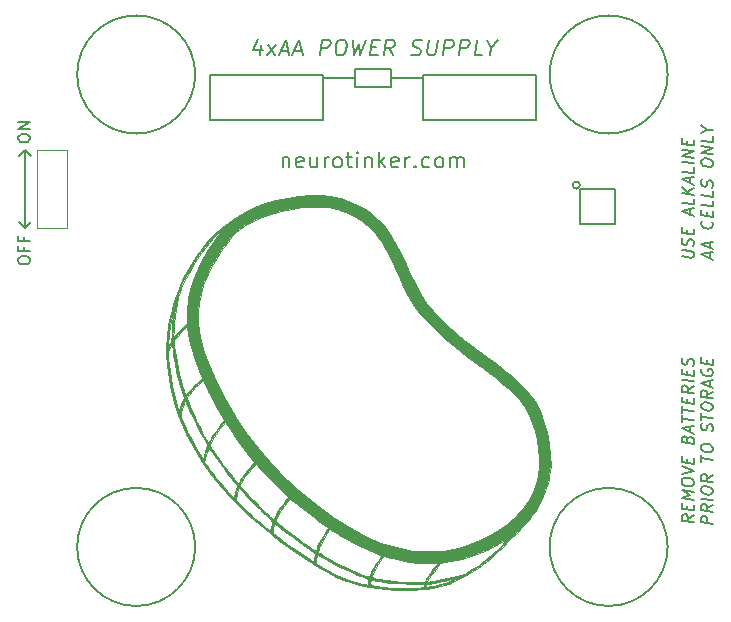
<source format=gbr>
G04 #@! TF.FileFunction,Legend,Top*
%FSLAX46Y46*%
G04 Gerber Fmt 4.6, Leading zero omitted, Abs format (unit mm)*
G04 Created by KiCad (PCBNEW 4.0.7-e2-6376~58~ubuntu14.04.1) date Wed May 23 13:57:35 2018*
%MOMM*%
%LPD*%
G01*
G04 APERTURE LIST*
%ADD10C,0.100000*%
%ADD11C,0.200000*%
%ADD12C,0.190000*%
%ADD13C,0.140000*%
%ADD14C,0.010000*%
%ADD15C,0.150000*%
G04 APERTURE END LIST*
D10*
D11*
X173500000Y-44500000D02*
X170800000Y-44500000D01*
X176500000Y-44500000D02*
X179200000Y-44500000D01*
X173500000Y-45250000D02*
X173500000Y-43750000D01*
X176500000Y-45250000D02*
X173500000Y-45250000D01*
X176500000Y-43750000D02*
X176500000Y-45250000D01*
X173500000Y-43750000D02*
X176500000Y-43750000D01*
D12*
X167336669Y-51215000D02*
X167336669Y-52101667D01*
X167336669Y-51341667D02*
X167400002Y-51278333D01*
X167526669Y-51215000D01*
X167716669Y-51215000D01*
X167843335Y-51278333D01*
X167906669Y-51405000D01*
X167906669Y-52101667D01*
X169046668Y-52038333D02*
X168920002Y-52101667D01*
X168666668Y-52101667D01*
X168540002Y-52038333D01*
X168476668Y-51911667D01*
X168476668Y-51405000D01*
X168540002Y-51278333D01*
X168666668Y-51215000D01*
X168920002Y-51215000D01*
X169046668Y-51278333D01*
X169110002Y-51405000D01*
X169110002Y-51531667D01*
X168476668Y-51658333D01*
X170250002Y-51215000D02*
X170250002Y-52101667D01*
X169680002Y-51215000D02*
X169680002Y-51911667D01*
X169743335Y-52038333D01*
X169870002Y-52101667D01*
X170060002Y-52101667D01*
X170186668Y-52038333D01*
X170250002Y-51975000D01*
X170883335Y-52101667D02*
X170883335Y-51215000D01*
X170883335Y-51468333D02*
X170946668Y-51341667D01*
X171010001Y-51278333D01*
X171136668Y-51215000D01*
X171263335Y-51215000D01*
X171896668Y-52101667D02*
X171770001Y-52038333D01*
X171706668Y-51975000D01*
X171643334Y-51848333D01*
X171643334Y-51468333D01*
X171706668Y-51341667D01*
X171770001Y-51278333D01*
X171896668Y-51215000D01*
X172086668Y-51215000D01*
X172213334Y-51278333D01*
X172276668Y-51341667D01*
X172340001Y-51468333D01*
X172340001Y-51848333D01*
X172276668Y-51975000D01*
X172213334Y-52038333D01*
X172086668Y-52101667D01*
X171896668Y-52101667D01*
X172720001Y-51215000D02*
X173226667Y-51215000D01*
X172910001Y-50771667D02*
X172910001Y-51911667D01*
X172973334Y-52038333D01*
X173100001Y-52101667D01*
X173226667Y-52101667D01*
X173670001Y-52101667D02*
X173670001Y-51215000D01*
X173670001Y-50771667D02*
X173606667Y-50835000D01*
X173670001Y-50898333D01*
X173733334Y-50835000D01*
X173670001Y-50771667D01*
X173670001Y-50898333D01*
X174303334Y-51215000D02*
X174303334Y-52101667D01*
X174303334Y-51341667D02*
X174366667Y-51278333D01*
X174493334Y-51215000D01*
X174683334Y-51215000D01*
X174810000Y-51278333D01*
X174873334Y-51405000D01*
X174873334Y-52101667D01*
X175506667Y-52101667D02*
X175506667Y-50771667D01*
X175633333Y-51595000D02*
X176013333Y-52101667D01*
X176013333Y-51215000D02*
X175506667Y-51721667D01*
X177090000Y-52038333D02*
X176963334Y-52101667D01*
X176710000Y-52101667D01*
X176583334Y-52038333D01*
X176520000Y-51911667D01*
X176520000Y-51405000D01*
X176583334Y-51278333D01*
X176710000Y-51215000D01*
X176963334Y-51215000D01*
X177090000Y-51278333D01*
X177153334Y-51405000D01*
X177153334Y-51531667D01*
X176520000Y-51658333D01*
X177723334Y-52101667D02*
X177723334Y-51215000D01*
X177723334Y-51468333D02*
X177786667Y-51341667D01*
X177850000Y-51278333D01*
X177976667Y-51215000D01*
X178103334Y-51215000D01*
X178546667Y-51975000D02*
X178610000Y-52038333D01*
X178546667Y-52101667D01*
X178483333Y-52038333D01*
X178546667Y-51975000D01*
X178546667Y-52101667D01*
X179750000Y-52038333D02*
X179623333Y-52101667D01*
X179370000Y-52101667D01*
X179243333Y-52038333D01*
X179180000Y-51975000D01*
X179116666Y-51848333D01*
X179116666Y-51468333D01*
X179180000Y-51341667D01*
X179243333Y-51278333D01*
X179370000Y-51215000D01*
X179623333Y-51215000D01*
X179750000Y-51278333D01*
X180510000Y-52101667D02*
X180383333Y-52038333D01*
X180320000Y-51975000D01*
X180256666Y-51848333D01*
X180256666Y-51468333D01*
X180320000Y-51341667D01*
X180383333Y-51278333D01*
X180510000Y-51215000D01*
X180700000Y-51215000D01*
X180826666Y-51278333D01*
X180890000Y-51341667D01*
X180953333Y-51468333D01*
X180953333Y-51848333D01*
X180890000Y-51975000D01*
X180826666Y-52038333D01*
X180700000Y-52101667D01*
X180510000Y-52101667D01*
X181523333Y-52101667D02*
X181523333Y-51215000D01*
X181523333Y-51341667D02*
X181586666Y-51278333D01*
X181713333Y-51215000D01*
X181903333Y-51215000D01*
X182029999Y-51278333D01*
X182093333Y-51405000D01*
X182093333Y-52101667D01*
X182093333Y-51405000D02*
X182156666Y-51278333D01*
X182283333Y-51215000D01*
X182473333Y-51215000D01*
X182599999Y-51278333D01*
X182663333Y-51405000D01*
X182663333Y-52101667D01*
D11*
X145500000Y-50600000D02*
X146000000Y-51100000D01*
X145500000Y-50600000D02*
X145000000Y-51100000D01*
X145500000Y-57200000D02*
X146000000Y-56700000D01*
X145500000Y-57200000D02*
X145000000Y-56700000D01*
X145500000Y-50600000D02*
X145500000Y-57200000D01*
X159935867Y-84227043D02*
G75*
G03X159935867Y-84227043I-5000000J0D01*
G01*
X159935867Y-44227043D02*
G75*
G03X159935867Y-44227043I-5000000J0D01*
G01*
X199935867Y-84227043D02*
G75*
G03X199935867Y-84227043I-5000000J0D01*
G01*
X199935867Y-44227043D02*
G75*
G03X199935867Y-44227043I-5000000J0D01*
G01*
D13*
X201132381Y-59630953D02*
X201941905Y-59732143D01*
X202037143Y-59696429D01*
X202084762Y-59654762D01*
X202132381Y-59565477D01*
X202132381Y-59375000D01*
X202084762Y-59273809D01*
X202037143Y-59220238D01*
X201941905Y-59160714D01*
X201132381Y-59059524D01*
X202084762Y-58750000D02*
X202132381Y-58613096D01*
X202132381Y-58375000D01*
X202084762Y-58273809D01*
X202037143Y-58220238D01*
X201941905Y-58160714D01*
X201846667Y-58148809D01*
X201751429Y-58184524D01*
X201703810Y-58226190D01*
X201656190Y-58315476D01*
X201608571Y-58500000D01*
X201560952Y-58589286D01*
X201513333Y-58630953D01*
X201418095Y-58666667D01*
X201322857Y-58654762D01*
X201227619Y-58595238D01*
X201180000Y-58541667D01*
X201132381Y-58440477D01*
X201132381Y-58202381D01*
X201180000Y-58065476D01*
X201608571Y-57690476D02*
X201608571Y-57357142D01*
X202132381Y-57279762D02*
X202132381Y-57755953D01*
X201132381Y-57630953D01*
X201132381Y-57154762D01*
X201846667Y-56101190D02*
X201846667Y-55624999D01*
X202132381Y-56232143D02*
X201132381Y-55773810D01*
X202132381Y-55565476D01*
X202132381Y-54755952D02*
X202132381Y-55232143D01*
X201132381Y-55107143D01*
X202132381Y-54422619D02*
X201132381Y-54297619D01*
X202132381Y-53851190D02*
X201560952Y-54208333D01*
X201132381Y-53726190D02*
X201703810Y-54369047D01*
X201846667Y-53434523D02*
X201846667Y-52958332D01*
X202132381Y-53565476D02*
X201132381Y-53107143D01*
X202132381Y-52898809D01*
X202132381Y-52089285D02*
X202132381Y-52565476D01*
X201132381Y-52440476D01*
X202132381Y-51755952D02*
X201132381Y-51630952D01*
X202132381Y-51279762D02*
X201132381Y-51154762D01*
X202132381Y-50708333D01*
X201132381Y-50583333D01*
X201608571Y-50166666D02*
X201608571Y-49833332D01*
X202132381Y-49755952D02*
X202132381Y-50232143D01*
X201132381Y-50107143D01*
X201132381Y-49630952D01*
X203486667Y-59767857D02*
X203486667Y-59291666D01*
X203772381Y-59898810D02*
X202772381Y-59440477D01*
X203772381Y-59232143D01*
X203486667Y-58910714D02*
X203486667Y-58434523D01*
X203772381Y-59041667D02*
X202772381Y-58583334D01*
X203772381Y-58375000D01*
X203677143Y-56696428D02*
X203724762Y-56749999D01*
X203772381Y-56898809D01*
X203772381Y-56994047D01*
X203724762Y-57130952D01*
X203629524Y-57214285D01*
X203534286Y-57250000D01*
X203343810Y-57273809D01*
X203200952Y-57255952D01*
X203010476Y-57184523D01*
X202915238Y-57125000D01*
X202820000Y-57017857D01*
X202772381Y-56869047D01*
X202772381Y-56773809D01*
X202820000Y-56636904D01*
X202867619Y-56595237D01*
X203248571Y-56214285D02*
X203248571Y-55880951D01*
X203772381Y-55803571D02*
X203772381Y-56279762D01*
X202772381Y-56154762D01*
X202772381Y-55678571D01*
X203772381Y-54898809D02*
X203772381Y-55375000D01*
X202772381Y-55250000D01*
X203772381Y-54089285D02*
X203772381Y-54565476D01*
X202772381Y-54440476D01*
X203724762Y-53797618D02*
X203772381Y-53660714D01*
X203772381Y-53422618D01*
X203724762Y-53321427D01*
X203677143Y-53267856D01*
X203581905Y-53208332D01*
X203486667Y-53196427D01*
X203391429Y-53232142D01*
X203343810Y-53273808D01*
X203296190Y-53363094D01*
X203248571Y-53547618D01*
X203200952Y-53636904D01*
X203153333Y-53678571D01*
X203058095Y-53714285D01*
X202962857Y-53702380D01*
X202867619Y-53642856D01*
X202820000Y-53589285D01*
X202772381Y-53488095D01*
X202772381Y-53249999D01*
X202820000Y-53113094D01*
X202772381Y-51726190D02*
X202772381Y-51535713D01*
X202820000Y-51446427D01*
X202915238Y-51363094D01*
X203105714Y-51339284D01*
X203439048Y-51380951D01*
X203629524Y-51452379D01*
X203724762Y-51559522D01*
X203772381Y-51660713D01*
X203772381Y-51851190D01*
X203724762Y-51940475D01*
X203629524Y-52023808D01*
X203439048Y-52047618D01*
X203105714Y-52005951D01*
X202915238Y-51934523D01*
X202820000Y-51827380D01*
X202772381Y-51726190D01*
X203772381Y-50994047D02*
X202772381Y-50869047D01*
X203772381Y-50422618D01*
X202772381Y-50297618D01*
X203772381Y-49470237D02*
X203772381Y-49946428D01*
X202772381Y-49821428D01*
X203296190Y-48886904D02*
X203772381Y-48946428D01*
X202772381Y-49154761D02*
X203296190Y-48886904D01*
X202772381Y-48488094D01*
X202132381Y-81547620D02*
X201656190Y-81821430D01*
X202132381Y-82119049D02*
X201132381Y-81994049D01*
X201132381Y-81613096D01*
X201180000Y-81523810D01*
X201227619Y-81482143D01*
X201322857Y-81446429D01*
X201465714Y-81464286D01*
X201560952Y-81523810D01*
X201608571Y-81577381D01*
X201656190Y-81678572D01*
X201656190Y-82059525D01*
X201608571Y-81053572D02*
X201608571Y-80720238D01*
X202132381Y-80642858D02*
X202132381Y-81119049D01*
X201132381Y-80994049D01*
X201132381Y-80517858D01*
X202132381Y-80214287D02*
X201132381Y-80089287D01*
X201846667Y-79845238D01*
X201132381Y-79422620D01*
X202132381Y-79547620D01*
X201132381Y-78755954D02*
X201132381Y-78565477D01*
X201180000Y-78476191D01*
X201275238Y-78392858D01*
X201465714Y-78369048D01*
X201799048Y-78410715D01*
X201989524Y-78482143D01*
X202084762Y-78589286D01*
X202132381Y-78690477D01*
X202132381Y-78880954D01*
X202084762Y-78970239D01*
X201989524Y-79053572D01*
X201799048Y-79077382D01*
X201465714Y-79035715D01*
X201275238Y-78964287D01*
X201180000Y-78857144D01*
X201132381Y-78755954D01*
X201132381Y-78041668D02*
X202132381Y-77833335D01*
X201132381Y-77375001D01*
X201608571Y-77101191D02*
X201608571Y-76767857D01*
X202132381Y-76690477D02*
X202132381Y-77166668D01*
X201132381Y-77041668D01*
X201132381Y-76565477D01*
X201608571Y-75101190D02*
X201656190Y-74964286D01*
X201703810Y-74922619D01*
X201799048Y-74886905D01*
X201941905Y-74904762D01*
X202037143Y-74964286D01*
X202084762Y-75017857D01*
X202132381Y-75119048D01*
X202132381Y-75500001D01*
X201132381Y-75375001D01*
X201132381Y-75041667D01*
X201180000Y-74952381D01*
X201227619Y-74910714D01*
X201322857Y-74875000D01*
X201418095Y-74886905D01*
X201513333Y-74946429D01*
X201560952Y-75000000D01*
X201608571Y-75101190D01*
X201608571Y-75434524D01*
X201846667Y-74511905D02*
X201846667Y-74035714D01*
X202132381Y-74642858D02*
X201132381Y-74184525D01*
X202132381Y-73976191D01*
X201132381Y-73660715D02*
X201132381Y-73089286D01*
X202132381Y-73500001D02*
X201132381Y-73375001D01*
X201132381Y-72898810D02*
X201132381Y-72327381D01*
X202132381Y-72738096D02*
X201132381Y-72613096D01*
X201608571Y-72053571D02*
X201608571Y-71720237D01*
X202132381Y-71642857D02*
X202132381Y-72119048D01*
X201132381Y-71994048D01*
X201132381Y-71517857D01*
X202132381Y-70642857D02*
X201656190Y-70916667D01*
X202132381Y-71214286D02*
X201132381Y-71089286D01*
X201132381Y-70708333D01*
X201180000Y-70619047D01*
X201227619Y-70577380D01*
X201322857Y-70541666D01*
X201465714Y-70559523D01*
X201560952Y-70619047D01*
X201608571Y-70672618D01*
X201656190Y-70773809D01*
X201656190Y-71154762D01*
X202132381Y-70214286D02*
X201132381Y-70089286D01*
X201608571Y-69672619D02*
X201608571Y-69339285D01*
X202132381Y-69261905D02*
X202132381Y-69738096D01*
X201132381Y-69613096D01*
X201132381Y-69136905D01*
X202084762Y-68875000D02*
X202132381Y-68738096D01*
X202132381Y-68500000D01*
X202084762Y-68398809D01*
X202037143Y-68345238D01*
X201941905Y-68285714D01*
X201846667Y-68273809D01*
X201751429Y-68309524D01*
X201703810Y-68351190D01*
X201656190Y-68440476D01*
X201608571Y-68625000D01*
X201560952Y-68714286D01*
X201513333Y-68755953D01*
X201418095Y-68791667D01*
X201322857Y-68779762D01*
X201227619Y-68720238D01*
X201180000Y-68666667D01*
X201132381Y-68565477D01*
X201132381Y-68327381D01*
X201180000Y-68190476D01*
X203772381Y-82261906D02*
X202772381Y-82136906D01*
X202772381Y-81755953D01*
X202820000Y-81666667D01*
X202867619Y-81625000D01*
X202962857Y-81589286D01*
X203105714Y-81607143D01*
X203200952Y-81666667D01*
X203248571Y-81720238D01*
X203296190Y-81821429D01*
X203296190Y-82202382D01*
X203772381Y-80690477D02*
X203296190Y-80964287D01*
X203772381Y-81261906D02*
X202772381Y-81136906D01*
X202772381Y-80755953D01*
X202820000Y-80666667D01*
X202867619Y-80625000D01*
X202962857Y-80589286D01*
X203105714Y-80607143D01*
X203200952Y-80666667D01*
X203248571Y-80720238D01*
X203296190Y-80821429D01*
X203296190Y-81202382D01*
X203772381Y-80261906D02*
X202772381Y-80136906D01*
X202772381Y-79470240D02*
X202772381Y-79279763D01*
X202820000Y-79190477D01*
X202915238Y-79107144D01*
X203105714Y-79083334D01*
X203439048Y-79125001D01*
X203629524Y-79196429D01*
X203724762Y-79303572D01*
X203772381Y-79404763D01*
X203772381Y-79595240D01*
X203724762Y-79684525D01*
X203629524Y-79767858D01*
X203439048Y-79791668D01*
X203105714Y-79750001D01*
X202915238Y-79678573D01*
X202820000Y-79571430D01*
X202772381Y-79470240D01*
X203772381Y-78166668D02*
X203296190Y-78440478D01*
X203772381Y-78738097D02*
X202772381Y-78613097D01*
X202772381Y-78232144D01*
X202820000Y-78142858D01*
X202867619Y-78101191D01*
X202962857Y-78065477D01*
X203105714Y-78083334D01*
X203200952Y-78142858D01*
X203248571Y-78196429D01*
X203296190Y-78297620D01*
X203296190Y-78678573D01*
X202772381Y-76994049D02*
X202772381Y-76422620D01*
X203772381Y-76833335D02*
X202772381Y-76708335D01*
X202772381Y-75898811D02*
X202772381Y-75708334D01*
X202820000Y-75619048D01*
X202915238Y-75535715D01*
X203105714Y-75511905D01*
X203439048Y-75553572D01*
X203629524Y-75625000D01*
X203724762Y-75732143D01*
X203772381Y-75833334D01*
X203772381Y-76023811D01*
X203724762Y-76113096D01*
X203629524Y-76196429D01*
X203439048Y-76220239D01*
X203105714Y-76178572D01*
X202915238Y-76107144D01*
X202820000Y-76000001D01*
X202772381Y-75898811D01*
X203724762Y-74446429D02*
X203772381Y-74309525D01*
X203772381Y-74071429D01*
X203724762Y-73970238D01*
X203677143Y-73916667D01*
X203581905Y-73857143D01*
X203486667Y-73845238D01*
X203391429Y-73880953D01*
X203343810Y-73922619D01*
X203296190Y-74011905D01*
X203248571Y-74196429D01*
X203200952Y-74285715D01*
X203153333Y-74327382D01*
X203058095Y-74363096D01*
X202962857Y-74351191D01*
X202867619Y-74291667D01*
X202820000Y-74238096D01*
X202772381Y-74136906D01*
X202772381Y-73898810D01*
X202820000Y-73761905D01*
X202772381Y-73470239D02*
X202772381Y-72898810D01*
X203772381Y-73309525D02*
X202772381Y-73184525D01*
X202772381Y-72375001D02*
X202772381Y-72184524D01*
X202820000Y-72095238D01*
X202915238Y-72011905D01*
X203105714Y-71988095D01*
X203439048Y-72029762D01*
X203629524Y-72101190D01*
X203724762Y-72208333D01*
X203772381Y-72309524D01*
X203772381Y-72500001D01*
X203724762Y-72589286D01*
X203629524Y-72672619D01*
X203439048Y-72696429D01*
X203105714Y-72654762D01*
X202915238Y-72583334D01*
X202820000Y-72476191D01*
X202772381Y-72375001D01*
X203772381Y-71071429D02*
X203296190Y-71345239D01*
X203772381Y-71642858D02*
X202772381Y-71517858D01*
X202772381Y-71136905D01*
X202820000Y-71047619D01*
X202867619Y-71005952D01*
X202962857Y-70970238D01*
X203105714Y-70988095D01*
X203200952Y-71047619D01*
X203248571Y-71101190D01*
X203296190Y-71202381D01*
X203296190Y-71583334D01*
X203486667Y-70654762D02*
X203486667Y-70178571D01*
X203772381Y-70785715D02*
X202772381Y-70327382D01*
X203772381Y-70119048D01*
X202820000Y-69142857D02*
X202772381Y-69232143D01*
X202772381Y-69375000D01*
X202820000Y-69523810D01*
X202915238Y-69630953D01*
X203010476Y-69690476D01*
X203200952Y-69761905D01*
X203343810Y-69779762D01*
X203534286Y-69755953D01*
X203629524Y-69720238D01*
X203724762Y-69636905D01*
X203772381Y-69500000D01*
X203772381Y-69404762D01*
X203724762Y-69255952D01*
X203677143Y-69202381D01*
X203343810Y-69160714D01*
X203343810Y-69351190D01*
X203248571Y-68720238D02*
X203248571Y-68386904D01*
X203772381Y-68309524D02*
X203772381Y-68785715D01*
X202772381Y-68660715D01*
X202772381Y-68184524D01*
D12*
X165540626Y-41715000D02*
X165429793Y-42601667D01*
X165287292Y-41208333D02*
X164851875Y-42158333D01*
X165675209Y-42158333D01*
X165999793Y-42601667D02*
X166807293Y-41715000D01*
X166110626Y-41715000D02*
X166696460Y-42601667D01*
X167187293Y-42221667D02*
X167820627Y-42221667D01*
X167013127Y-42601667D02*
X167622710Y-41271667D01*
X167899793Y-42601667D01*
X168327293Y-42221667D02*
X168960627Y-42221667D01*
X168153127Y-42601667D02*
X168762710Y-41271667D01*
X169039793Y-42601667D01*
X170496460Y-42601667D02*
X170662710Y-41271667D01*
X171169376Y-41271667D01*
X171288126Y-41335000D01*
X171343542Y-41398333D01*
X171391043Y-41525000D01*
X171367293Y-41715000D01*
X171288126Y-41841667D01*
X171216876Y-41905000D01*
X171082292Y-41968333D01*
X170575626Y-41968333D01*
X172246043Y-41271667D02*
X172499376Y-41271667D01*
X172618126Y-41335000D01*
X172728960Y-41461667D01*
X172760626Y-41715000D01*
X172705209Y-42158333D01*
X172610210Y-42411667D01*
X172467709Y-42538333D01*
X172333126Y-42601667D01*
X172079793Y-42601667D01*
X171961042Y-42538333D01*
X171850210Y-42411667D01*
X171818542Y-42158333D01*
X171873959Y-41715000D01*
X171968960Y-41461667D01*
X172111459Y-41335000D01*
X172246043Y-41271667D01*
X173259376Y-41271667D02*
X173409793Y-42601667D01*
X173781876Y-41651667D01*
X173916459Y-42601667D01*
X174399376Y-41271667D01*
X174826876Y-41905000D02*
X175270209Y-41905000D01*
X175373126Y-42601667D02*
X174739793Y-42601667D01*
X174906043Y-41271667D01*
X175539376Y-41271667D01*
X176703126Y-42601667D02*
X176338958Y-41968333D01*
X175943126Y-42601667D02*
X176109376Y-41271667D01*
X176616042Y-41271667D01*
X176734792Y-41335000D01*
X176790208Y-41398333D01*
X176837709Y-41525000D01*
X176813959Y-41715000D01*
X176734792Y-41841667D01*
X176663542Y-41905000D01*
X176528958Y-41968333D01*
X176022292Y-41968333D01*
X178231041Y-42538333D02*
X178413125Y-42601667D01*
X178729792Y-42601667D01*
X178864375Y-42538333D01*
X178935625Y-42475000D01*
X179014791Y-42348333D01*
X179030625Y-42221667D01*
X178983125Y-42095000D01*
X178927709Y-42031667D01*
X178808958Y-41968333D01*
X178563542Y-41905000D01*
X178444792Y-41841667D01*
X178389375Y-41778333D01*
X178341875Y-41651667D01*
X178357708Y-41525000D01*
X178436875Y-41398333D01*
X178508125Y-41335000D01*
X178642709Y-41271667D01*
X178959375Y-41271667D01*
X179141458Y-41335000D01*
X179719376Y-41271667D02*
X179584792Y-42348333D01*
X179632292Y-42475000D01*
X179687708Y-42538333D01*
X179806459Y-42601667D01*
X180059792Y-42601667D01*
X180194375Y-42538333D01*
X180265625Y-42475000D01*
X180344792Y-42348333D01*
X180479376Y-41271667D01*
X180946459Y-42601667D02*
X181112709Y-41271667D01*
X181619375Y-41271667D01*
X181738125Y-41335000D01*
X181793541Y-41398333D01*
X181841042Y-41525000D01*
X181817292Y-41715000D01*
X181738125Y-41841667D01*
X181666875Y-41905000D01*
X181532291Y-41968333D01*
X181025625Y-41968333D01*
X182276459Y-42601667D02*
X182442709Y-41271667D01*
X182949375Y-41271667D01*
X183068125Y-41335000D01*
X183123541Y-41398333D01*
X183171042Y-41525000D01*
X183147292Y-41715000D01*
X183068125Y-41841667D01*
X182996875Y-41905000D01*
X182862291Y-41968333D01*
X182355625Y-41968333D01*
X184239792Y-42601667D02*
X183606459Y-42601667D01*
X183772709Y-41271667D01*
X185015625Y-41968333D02*
X184936459Y-42601667D01*
X184659376Y-41271667D02*
X185015625Y-41968333D01*
X185546042Y-41271667D01*
D13*
X144952381Y-60052381D02*
X144952381Y-59861904D01*
X145000000Y-59766666D01*
X145095238Y-59671428D01*
X145285714Y-59623809D01*
X145619048Y-59623809D01*
X145809524Y-59671428D01*
X145904762Y-59766666D01*
X145952381Y-59861904D01*
X145952381Y-60052381D01*
X145904762Y-60147619D01*
X145809524Y-60242857D01*
X145619048Y-60290476D01*
X145285714Y-60290476D01*
X145095238Y-60242857D01*
X145000000Y-60147619D01*
X144952381Y-60052381D01*
X145428571Y-58861904D02*
X145428571Y-59195238D01*
X145952381Y-59195238D02*
X144952381Y-59195238D01*
X144952381Y-58719047D01*
X145428571Y-58004761D02*
X145428571Y-58338095D01*
X145952381Y-58338095D02*
X144952381Y-58338095D01*
X144952381Y-57861904D01*
X144952381Y-49719048D02*
X144952381Y-49528571D01*
X145000000Y-49433333D01*
X145095238Y-49338095D01*
X145285714Y-49290476D01*
X145619048Y-49290476D01*
X145809524Y-49338095D01*
X145904762Y-49433333D01*
X145952381Y-49528571D01*
X145952381Y-49719048D01*
X145904762Y-49814286D01*
X145809524Y-49909524D01*
X145619048Y-49957143D01*
X145285714Y-49957143D01*
X145095238Y-49909524D01*
X145000000Y-49814286D01*
X144952381Y-49719048D01*
X145952381Y-48861905D02*
X144952381Y-48861905D01*
X145952381Y-48290476D01*
X144952381Y-48290476D01*
D14*
G36*
X170296231Y-54450783D02*
X170726268Y-54464612D01*
X171119559Y-54489469D01*
X171453736Y-54524976D01*
X171680600Y-54564604D01*
X172258083Y-54722959D01*
X172859210Y-54935487D01*
X173452118Y-55188665D01*
X174004944Y-55468969D01*
X174455397Y-55742294D01*
X174909451Y-56070476D01*
X175328000Y-56425122D01*
X175717918Y-56815639D01*
X176086078Y-57251433D01*
X176439353Y-57741911D01*
X176784616Y-58296479D01*
X177128742Y-58924542D01*
X177478603Y-59635509D01*
X177772051Y-60281200D01*
X178075404Y-60958454D01*
X178352563Y-61551484D01*
X178610743Y-62072015D01*
X178857161Y-62531773D01*
X179099031Y-62942484D01*
X179343570Y-63315872D01*
X179597993Y-63663664D01*
X179869516Y-63997585D01*
X180165353Y-64329361D01*
X180440699Y-64617804D01*
X180808440Y-64987721D01*
X181166146Y-65334773D01*
X181524921Y-65668271D01*
X181895865Y-65997523D01*
X182290081Y-66331841D01*
X182718670Y-66680535D01*
X183192734Y-67052914D01*
X183723375Y-67458289D01*
X184321693Y-67905969D01*
X184660000Y-68156176D01*
X185139543Y-68510748D01*
X185547315Y-68815103D01*
X185894179Y-69078137D01*
X186190999Y-69308744D01*
X186448636Y-69515820D01*
X186677954Y-69708259D01*
X186889816Y-69894958D01*
X187095084Y-70084811D01*
X187304623Y-70286714D01*
X187508171Y-70488415D01*
X187965241Y-70969386D01*
X188346704Y-71428065D01*
X188667536Y-71888168D01*
X188942718Y-72373410D01*
X189187226Y-72907505D01*
X189412164Y-73503019D01*
X189711708Y-74494298D01*
X189912318Y-75462942D01*
X190014025Y-76409304D01*
X190016861Y-77333737D01*
X189920858Y-78236592D01*
X189861906Y-78557383D01*
X189677884Y-79249766D01*
X189413236Y-79947080D01*
X189080966Y-80621911D01*
X188694080Y-81246844D01*
X188402374Y-81634268D01*
X188156888Y-81923250D01*
X187857316Y-82259061D01*
X187515592Y-82629615D01*
X187143651Y-83022826D01*
X186753429Y-83426609D01*
X186356860Y-83828877D01*
X185965879Y-84217544D01*
X185592422Y-84580524D01*
X185248423Y-84905731D01*
X184945816Y-85181080D01*
X184696538Y-85394484D01*
X184660000Y-85423991D01*
X183845890Y-86030386D01*
X183030691Y-86551219D01*
X182220215Y-86983509D01*
X181420274Y-87324274D01*
X180636680Y-87570533D01*
X180342000Y-87639218D01*
X179948741Y-87709376D01*
X179487377Y-87771482D01*
X178983922Y-87823660D01*
X178464395Y-87864032D01*
X177954813Y-87890721D01*
X177481191Y-87901850D01*
X177069548Y-87895542D01*
X176913000Y-87886628D01*
X176121041Y-87819039D01*
X175411314Y-87738253D01*
X174764922Y-87640867D01*
X174162968Y-87523481D01*
X173586558Y-87382691D01*
X173016794Y-87215097D01*
X172811913Y-87148296D01*
X172426212Y-87010721D01*
X172049313Y-86856669D01*
X171665869Y-86678240D01*
X171260531Y-86467536D01*
X170817953Y-86216656D01*
X170322785Y-85917700D01*
X169877200Y-85637804D01*
X169794524Y-85582928D01*
X170135383Y-85582928D01*
X170138750Y-85599699D01*
X170265183Y-85685864D01*
X170459023Y-85807025D01*
X170698074Y-85950286D01*
X170960138Y-86102753D01*
X171223017Y-86251530D01*
X171464514Y-86383723D01*
X171662431Y-86486436D01*
X171680600Y-86495386D01*
X172105129Y-86692636D01*
X172520327Y-86861832D01*
X172956217Y-87013715D01*
X173442821Y-87159024D01*
X173814200Y-87258575D01*
X174076612Y-87326359D01*
X174301634Y-87384308D01*
X174472166Y-87428031D01*
X174571109Y-87453141D01*
X174588900Y-87457439D01*
X174595988Y-87412630D01*
X174600598Y-87295622D01*
X174601600Y-87192045D01*
X174601600Y-87181255D01*
X174760273Y-87181255D01*
X174761979Y-87321147D01*
X174801448Y-87429568D01*
X174817500Y-87446253D01*
X174903785Y-87479895D01*
X175076975Y-87518986D01*
X175322678Y-87561145D01*
X175626500Y-87603991D01*
X175974050Y-87645145D01*
X176100200Y-87658388D01*
X176298237Y-87672513D01*
X176573233Y-87683818D01*
X176904357Y-87692221D01*
X177270779Y-87697644D01*
X177651670Y-87700005D01*
X178026200Y-87699223D01*
X178373538Y-87695218D01*
X178672855Y-87687909D01*
X178903321Y-87677216D01*
X178995800Y-87669586D01*
X179165864Y-87647659D01*
X179259489Y-87619624D01*
X179301611Y-87572633D01*
X179305986Y-87551904D01*
X179480997Y-87551904D01*
X179489950Y-87586660D01*
X179529893Y-87601779D01*
X179616293Y-87597472D01*
X179764619Y-87573951D01*
X179990336Y-87531427D01*
X180122182Y-87505974D01*
X180407836Y-87444585D01*
X180714095Y-87368707D01*
X180992316Y-87290746D01*
X181102661Y-87255882D01*
X181307331Y-87184541D01*
X181504276Y-87110619D01*
X181678346Y-87040663D01*
X181814393Y-86981220D01*
X181897268Y-86938835D01*
X181911822Y-86920055D01*
X181866000Y-86926006D01*
X181776939Y-86944147D01*
X181606357Y-86977677D01*
X181372550Y-87023045D01*
X181093816Y-87076699D01*
X180799200Y-87133041D01*
X180489956Y-87192072D01*
X180203681Y-87246865D01*
X179959903Y-87293672D01*
X179778149Y-87328742D01*
X179681600Y-87347599D01*
X179549004Y-87393676D01*
X179492298Y-87473403D01*
X179487566Y-87497300D01*
X179480997Y-87551904D01*
X179305986Y-87551904D01*
X179315969Y-87504608D01*
X179331338Y-87372216D01*
X178045969Y-87342131D01*
X177420685Y-87322181D01*
X176874855Y-87292411D01*
X176386624Y-87250732D01*
X175934141Y-87195058D01*
X175495553Y-87123302D01*
X175243848Y-87074497D01*
X175037317Y-87035448D01*
X174908210Y-87020770D01*
X174835479Y-87029813D01*
X174798797Y-87060772D01*
X174760273Y-87181255D01*
X174601600Y-87181255D01*
X174601600Y-86924891D01*
X174258700Y-86804864D01*
X173656522Y-86577135D01*
X173005020Y-86300694D01*
X172334568Y-85989839D01*
X171675543Y-85658869D01*
X171058321Y-85322082D01*
X170845685Y-85198301D01*
X170634387Y-85073932D01*
X170456134Y-84971007D01*
X170328214Y-84899362D01*
X170267913Y-84868835D01*
X170265945Y-84868400D01*
X170246822Y-84913669D01*
X170219570Y-85029141D01*
X170189494Y-85184308D01*
X170161900Y-85348666D01*
X170142095Y-85491708D01*
X170135383Y-85582928D01*
X169794524Y-85582928D01*
X168363380Y-84633010D01*
X166949194Y-83609400D01*
X166248990Y-83054072D01*
X166499000Y-83054072D01*
X167159400Y-83556071D01*
X167399425Y-83734487D01*
X167701342Y-83952685D01*
X168042247Y-84194475D01*
X168399239Y-84443670D01*
X168749416Y-84684079D01*
X168885434Y-84776169D01*
X169951069Y-85494267D01*
X170013517Y-85194033D01*
X170047564Y-85019499D01*
X170071150Y-84878027D01*
X170078183Y-84814950D01*
X170038074Y-84754755D01*
X169926410Y-84656363D01*
X169851003Y-84600685D01*
X170347721Y-84600685D01*
X170358078Y-84653196D01*
X170400130Y-84707389D01*
X170486726Y-84774342D01*
X170630717Y-84865133D01*
X170844949Y-84990841D01*
X170952774Y-85053144D01*
X171305372Y-85256033D01*
X171589396Y-85417547D01*
X171823891Y-85547742D01*
X172027901Y-85656679D01*
X172220471Y-85754416D01*
X172420645Y-85851012D01*
X172647468Y-85956526D01*
X172765744Y-86010709D01*
X173024967Y-86125967D01*
X173311152Y-86247962D01*
X173607221Y-86369994D01*
X173896096Y-86485359D01*
X174160697Y-86587354D01*
X174383948Y-86669278D01*
X174548769Y-86724427D01*
X174638083Y-86746098D01*
X174639700Y-86746170D01*
X174666976Y-86727504D01*
X174871347Y-86727504D01*
X174874371Y-86774444D01*
X174935507Y-86812726D01*
X175085232Y-86859512D01*
X175311159Y-86912087D01*
X175600899Y-86967736D01*
X175942063Y-87023743D01*
X176151000Y-87054257D01*
X176731340Y-87119438D01*
X177401043Y-87165661D01*
X178149537Y-87192289D01*
X178524867Y-87197847D01*
X179374735Y-87205200D01*
X179400597Y-87154400D01*
X179571713Y-87154400D01*
X179693972Y-87154400D01*
X179791828Y-87145732D01*
X179964054Y-87122220D01*
X180185133Y-87087602D01*
X180396615Y-87051489D01*
X180823897Y-86970533D01*
X181255182Y-86879356D01*
X181674451Y-86782113D01*
X182065686Y-86682959D01*
X182412870Y-86586048D01*
X182699982Y-86495535D01*
X182911005Y-86415575D01*
X182983600Y-86380510D01*
X183397627Y-86130640D01*
X183857911Y-85812708D01*
X184348842Y-85439245D01*
X184854810Y-85022780D01*
X185360207Y-84575843D01*
X185849422Y-84110965D01*
X186006200Y-83954185D01*
X186615800Y-83336287D01*
X186130916Y-83639495D01*
X185400379Y-84061064D01*
X184623004Y-84444860D01*
X183818938Y-84783440D01*
X183008326Y-85069362D01*
X182211318Y-85295185D01*
X181448059Y-85453465D01*
X181078600Y-85505747D01*
X180902903Y-85534031D01*
X180762878Y-85570486D01*
X180702395Y-85598568D01*
X180602069Y-85698715D01*
X180461178Y-85865787D01*
X180293702Y-86080992D01*
X180113623Y-86325536D01*
X179934918Y-86580628D01*
X179771570Y-86827475D01*
X179686692Y-86963900D01*
X179571713Y-87154400D01*
X179400597Y-87154400D01*
X179484651Y-86989300D01*
X179585900Y-86811220D01*
X179734144Y-86577347D01*
X179913349Y-86311569D01*
X180107478Y-86037776D01*
X180268951Y-85820900D01*
X180453334Y-85579600D01*
X179597567Y-85578608D01*
X178798931Y-85555413D01*
X178052951Y-85484117D01*
X177320053Y-85359238D01*
X176560665Y-85175294D01*
X176436640Y-85140746D01*
X175960281Y-85005917D01*
X175788475Y-85203858D01*
X175612329Y-85421731D01*
X175435325Y-85666853D01*
X175267004Y-85922832D01*
X175116906Y-86173278D01*
X174994571Y-86401799D01*
X174909538Y-86592005D01*
X174871347Y-86727504D01*
X174666976Y-86727504D01*
X174696484Y-86707311D01*
X174703200Y-86674870D01*
X174730269Y-86571520D01*
X174803852Y-86404855D01*
X174912512Y-86195017D01*
X175044812Y-85962142D01*
X175189314Y-85726370D01*
X175334582Y-85507839D01*
X175468068Y-85328069D01*
X175772441Y-84949539D01*
X175580720Y-84877058D01*
X174798466Y-84568491D01*
X174089224Y-84259735D01*
X173425304Y-83937137D01*
X172779016Y-83587039D01*
X172122669Y-83195787D01*
X171943032Y-83083154D01*
X171732638Y-82951982D01*
X171552441Y-82843384D01*
X171420056Y-82767705D01*
X171353098Y-82735296D01*
X171350033Y-82734800D01*
X171290825Y-82778125D01*
X171198121Y-82896993D01*
X171081097Y-83074746D01*
X170948933Y-83294723D01*
X170810805Y-83540265D01*
X170675893Y-83794713D01*
X170553373Y-84041406D01*
X170452423Y-84263685D01*
X170382222Y-84444890D01*
X170356213Y-84538777D01*
X170347721Y-84600685D01*
X169851003Y-84600685D01*
X169759284Y-84532964D01*
X169624363Y-84442912D01*
X169334429Y-84249334D01*
X168986369Y-84005307D01*
X168600041Y-83725505D01*
X168195302Y-83424605D01*
X167792008Y-83117281D01*
X167410016Y-82818211D01*
X167223916Y-82668820D01*
X167024987Y-82508603D01*
X166855636Y-82374286D01*
X166730699Y-82277480D01*
X166665014Y-82229793D01*
X166659018Y-82226800D01*
X166632054Y-82271985D01*
X166596862Y-82387397D01*
X166560492Y-82542813D01*
X166529993Y-82708016D01*
X166512414Y-82852786D01*
X166512170Y-82856336D01*
X166499000Y-83054072D01*
X166248990Y-83054072D01*
X165634368Y-82566620D01*
X164418628Y-81504319D01*
X163301701Y-80422145D01*
X163171790Y-80281517D01*
X163368384Y-80281517D01*
X164070092Y-80940922D01*
X164378623Y-81230351D01*
X164629993Y-81464547D01*
X164840704Y-81658252D01*
X165027257Y-81826206D01*
X165206154Y-81983150D01*
X165393898Y-82143827D01*
X165606990Y-82322976D01*
X165760945Y-82451347D01*
X166292890Y-82894083D01*
X166381740Y-82532624D01*
X166428437Y-82350611D01*
X166468650Y-82207978D01*
X166494353Y-82133032D01*
X166495843Y-82130307D01*
X166467586Y-82085538D01*
X166374456Y-81982733D01*
X166340133Y-81947766D01*
X166761659Y-81947766D01*
X166763709Y-82019416D01*
X166787708Y-82060215D01*
X166881048Y-82154054D01*
X167040457Y-82293586D01*
X167254990Y-82470642D01*
X167513702Y-82677050D01*
X167805647Y-82904638D01*
X168119881Y-83145237D01*
X168445458Y-83390675D01*
X168771433Y-83632781D01*
X169086861Y-83863384D01*
X169380796Y-84074313D01*
X169642294Y-84257397D01*
X169860409Y-84404466D01*
X170024197Y-84507347D01*
X170122711Y-84557870D01*
X170138392Y-84561631D01*
X170172597Y-84519970D01*
X170205746Y-84423900D01*
X170264854Y-84249957D01*
X170366733Y-84014855D01*
X170499188Y-83742880D01*
X170650024Y-83458319D01*
X170807046Y-83185462D01*
X170911193Y-83018904D01*
X171190259Y-82590778D01*
X170978229Y-82452484D01*
X170802178Y-82331904D01*
X170563396Y-82160090D01*
X170278288Y-81949525D01*
X169963263Y-81712694D01*
X169634724Y-81462078D01*
X169309081Y-81210162D01*
X169002737Y-80969428D01*
X168732100Y-80752360D01*
X168586172Y-80632423D01*
X167978463Y-80126449D01*
X167733760Y-80401924D01*
X167424744Y-80787039D01*
X167130407Y-81222176D01*
X166884416Y-81657547D01*
X166883479Y-81659412D01*
X166799704Y-81835626D01*
X166761659Y-81947766D01*
X166340133Y-81947766D01*
X166226726Y-81832235D01*
X166034667Y-81644388D01*
X165808552Y-81429535D01*
X165691054Y-81319959D01*
X165397720Y-81042823D01*
X165083446Y-80737014D01*
X164772491Y-80426734D01*
X164489114Y-80136183D01*
X164260690Y-79892980D01*
X164064478Y-79681245D01*
X163891227Y-79500268D01*
X163752544Y-79361692D01*
X163660036Y-79277161D01*
X163626264Y-79256567D01*
X163594140Y-79316185D01*
X163549143Y-79448373D01*
X163498724Y-79626151D01*
X163450330Y-79822541D01*
X163411410Y-80010564D01*
X163400832Y-80073058D01*
X163368384Y-80281517D01*
X163171790Y-80281517D01*
X162283311Y-79319746D01*
X161363186Y-78196770D01*
X160541051Y-77052866D01*
X160507626Y-76999103D01*
X160721938Y-76999103D01*
X160913572Y-77288851D01*
X161129475Y-77598876D01*
X161400412Y-77962137D01*
X161710587Y-78359033D01*
X162044203Y-78769963D01*
X162385464Y-79175324D01*
X162718573Y-79555515D01*
X162906709Y-79762051D01*
X163197000Y-80075268D01*
X163240501Y-79919134D01*
X163278913Y-79785950D01*
X163333803Y-79601075D01*
X163380201Y-79447577D01*
X163429989Y-79276548D01*
X163464748Y-79142281D01*
X163476400Y-79078616D01*
X163450453Y-79030912D01*
X163741962Y-79030912D01*
X163744327Y-79039717D01*
X163795663Y-79116699D01*
X163908567Y-79251605D01*
X164073363Y-79434738D01*
X164280372Y-79656402D01*
X164519917Y-79906900D01*
X164782319Y-80176537D01*
X165057901Y-80455616D01*
X165336984Y-80734441D01*
X165609891Y-81003316D01*
X165866944Y-81252543D01*
X166098465Y-81472428D01*
X166294776Y-81653273D01*
X166446198Y-81785383D01*
X166543055Y-81859061D01*
X166570447Y-81871200D01*
X166609351Y-81828595D01*
X166658527Y-81724217D01*
X166665294Y-81706089D01*
X166746670Y-81528684D01*
X166877582Y-81297006D01*
X167042596Y-81034898D01*
X167226280Y-80766200D01*
X167413200Y-80514753D01*
X167528494Y-80372600D01*
X167829798Y-80017000D01*
X166884999Y-79096023D01*
X166599288Y-78814654D01*
X166311088Y-78525694D01*
X166036941Y-78246101D01*
X165793389Y-77992838D01*
X165596977Y-77782865D01*
X165510095Y-77686372D01*
X165079990Y-77197698D01*
X164833294Y-77438949D01*
X164653430Y-77629066D01*
X164464991Y-77852572D01*
X164278473Y-78094040D01*
X164104368Y-78338045D01*
X163953171Y-78569160D01*
X163835375Y-78771960D01*
X163761474Y-78931020D01*
X163741962Y-79030912D01*
X163450453Y-79030912D01*
X163445574Y-79021942D01*
X163360990Y-78903406D01*
X163234490Y-78738727D01*
X163077913Y-78543629D01*
X163025290Y-78479638D01*
X162791424Y-78189724D01*
X162532103Y-77856192D01*
X162261738Y-77498635D01*
X161994741Y-77136650D01*
X161745522Y-76789831D01*
X161528491Y-76477773D01*
X161358061Y-76220072D01*
X161326217Y-76169334D01*
X161222651Y-76008830D01*
X161137018Y-75888507D01*
X161084433Y-75829258D01*
X161078141Y-75826434D01*
X161045479Y-75872278D01*
X160995413Y-75997209D01*
X160934324Y-76181539D01*
X160868595Y-76405579D01*
X160804607Y-76649641D01*
X160785235Y-76730051D01*
X160721938Y-76999103D01*
X160507626Y-76999103D01*
X159816632Y-75887681D01*
X159189656Y-74700864D01*
X158659847Y-73492062D01*
X158497221Y-73029578D01*
X158708718Y-73029578D01*
X158723066Y-73138471D01*
X158764188Y-73276172D01*
X158836779Y-73469652D01*
X158878138Y-73574941D01*
X158987937Y-73837490D01*
X159124925Y-74140153D01*
X159282677Y-74470964D01*
X159454770Y-74817955D01*
X159634778Y-75169161D01*
X159816278Y-75512614D01*
X159992844Y-75836347D01*
X160158053Y-76128394D01*
X160305480Y-76376787D01*
X160428701Y-76569561D01*
X160521290Y-76694747D01*
X160576825Y-76740380D01*
X160577526Y-76740400D01*
X160614209Y-76696283D01*
X160648341Y-76588725D01*
X160651096Y-76575300D01*
X160681904Y-76449310D01*
X160734922Y-76262326D01*
X160800024Y-76049670D01*
X160817268Y-75995806D01*
X160950722Y-75583022D01*
X161190400Y-75583022D01*
X161219864Y-75663122D01*
X161302872Y-75810267D01*
X161431342Y-76013457D01*
X161597192Y-76261696D01*
X161792343Y-76543984D01*
X162008713Y-76849322D01*
X162238221Y-77166713D01*
X162472787Y-77485158D01*
X162704330Y-77793659D01*
X162924768Y-78081216D01*
X163126021Y-78336832D01*
X163300009Y-78549508D01*
X163438650Y-78708246D01*
X163533863Y-78802046D01*
X163571043Y-78823200D01*
X163616154Y-78782204D01*
X163688818Y-78676466D01*
X163748221Y-78574116D01*
X163965062Y-78223836D01*
X164246796Y-77843865D01*
X164573582Y-77460574D01*
X164640634Y-77387938D01*
X164955099Y-77051774D01*
X164528631Y-76527787D01*
X164003656Y-75862565D01*
X163512793Y-75195943D01*
X163024285Y-74484528D01*
X162940171Y-74357503D01*
X162491307Y-73676407D01*
X162274766Y-73915584D01*
X162070788Y-74154360D01*
X161865920Y-74418047D01*
X161670630Y-74690547D01*
X161495386Y-74955763D01*
X161350657Y-75197598D01*
X161246910Y-75399955D01*
X161194615Y-75546738D01*
X161190400Y-75583022D01*
X160950722Y-75583022D01*
X160951243Y-75581413D01*
X160637522Y-75044682D01*
X160444186Y-74700405D01*
X160230514Y-74297092D01*
X160009210Y-73860637D01*
X159792977Y-73416934D01*
X159594520Y-72991874D01*
X159426543Y-72611352D01*
X159338474Y-72397000D01*
X159253588Y-72185272D01*
X159180141Y-72008890D01*
X159127228Y-71889294D01*
X159106181Y-71849367D01*
X159073333Y-71870136D01*
X159019857Y-71967354D01*
X158953889Y-72120025D01*
X158883563Y-72307155D01*
X158817015Y-72507747D01*
X158762380Y-72700808D01*
X158741569Y-72790344D01*
X158716451Y-72922525D01*
X158708718Y-73029578D01*
X158497221Y-73029578D01*
X158226934Y-72260924D01*
X157890640Y-71007099D01*
X157690419Y-69984000D01*
X157537414Y-68789469D01*
X157488756Y-67853473D01*
X157638538Y-67853473D01*
X157646618Y-68044341D01*
X157656728Y-68204145D01*
X157770959Y-69371821D01*
X157958941Y-70519196D01*
X158216463Y-71623446D01*
X158406303Y-72267365D01*
X158560018Y-72747330D01*
X158673798Y-72394365D01*
X158749945Y-72176426D01*
X158835146Y-71959756D01*
X158902394Y-71809396D01*
X159002689Y-71606735D01*
X159206289Y-71606735D01*
X159465427Y-72255867D01*
X159581392Y-72534425D01*
X159720663Y-72849675D01*
X159877123Y-73189545D01*
X160044651Y-73541958D01*
X160217130Y-73894841D01*
X160388439Y-74236118D01*
X160552460Y-74553714D01*
X160703074Y-74835555D01*
X160834161Y-75069567D01*
X160939603Y-75243673D01*
X161013280Y-75345800D01*
X161042545Y-75367992D01*
X161082403Y-75327695D01*
X161135260Y-75231036D01*
X161230700Y-75052674D01*
X161375028Y-74820850D01*
X161551528Y-74559681D01*
X161743485Y-74293287D01*
X161934185Y-74045786D01*
X162068042Y-73885102D01*
X162394598Y-73510668D01*
X162020241Y-72877634D01*
X161881424Y-72635791D01*
X161711102Y-72327953D01*
X161522791Y-71979208D01*
X161330006Y-71614642D01*
X161146264Y-71259343D01*
X161110103Y-71188279D01*
X160574322Y-70131958D01*
X160273613Y-70392467D01*
X159945689Y-70698967D01*
X159641763Y-71025171D01*
X159391356Y-71338992D01*
X159354438Y-71391409D01*
X159206289Y-71606735D01*
X159002689Y-71606735D01*
X159017211Y-71577393D01*
X158838643Y-71098196D01*
X158664978Y-70582432D01*
X158497340Y-69989711D01*
X158341379Y-69344673D01*
X158202744Y-68671960D01*
X158087084Y-67996213D01*
X158024197Y-67545600D01*
X157957231Y-67012200D01*
X157789609Y-67340545D01*
X157715385Y-67489345D01*
X157668448Y-67605050D01*
X157644323Y-67716735D01*
X157638538Y-67853473D01*
X157488756Y-67853473D01*
X157477372Y-67634507D01*
X157489734Y-67215400D01*
X157626980Y-67215400D01*
X157782223Y-66961400D01*
X157804275Y-66923154D01*
X158142675Y-66923154D01*
X158158374Y-67237333D01*
X158202215Y-67628963D01*
X158270234Y-68079099D01*
X158358468Y-68568798D01*
X158462953Y-69079116D01*
X158579725Y-69591110D01*
X158704821Y-70085836D01*
X158834277Y-70544351D01*
X158964128Y-70947710D01*
X159013262Y-71083949D01*
X159122981Y-71377200D01*
X159301558Y-71150500D01*
X159406498Y-71028478D01*
X159564802Y-70858102D01*
X159756016Y-70660831D01*
X159959687Y-70458124D01*
X159984888Y-70433584D01*
X160489640Y-69943369D01*
X160236683Y-69315984D01*
X159902095Y-68421652D01*
X159639406Y-67572692D01*
X159442881Y-66748930D01*
X159338262Y-66154293D01*
X159303436Y-65938978D01*
X159270245Y-65763143D01*
X159243319Y-65649910D01*
X159231435Y-65620893D01*
X159187169Y-65644439D01*
X159086125Y-65729967D01*
X158941261Y-65865570D01*
X158765534Y-66039340D01*
X158671175Y-66135754D01*
X158467644Y-66346962D01*
X158324454Y-66501228D01*
X158231009Y-66614341D01*
X158176709Y-66702092D01*
X158150957Y-66780272D01*
X158143153Y-66864669D01*
X158142675Y-66923154D01*
X157804275Y-66923154D01*
X157853944Y-66837014D01*
X157899489Y-66728480D01*
X157924869Y-66606613D01*
X157934054Y-66472153D01*
X158077086Y-66472153D01*
X158665710Y-65892735D01*
X159254333Y-65313318D01*
X159226221Y-64968959D01*
X159218272Y-64701213D01*
X159228946Y-64368168D01*
X160202302Y-64368168D01*
X160208297Y-65166796D01*
X160290987Y-65983074D01*
X160451376Y-66823980D01*
X160690468Y-67696491D01*
X161009268Y-68607587D01*
X161408779Y-69564244D01*
X161857377Y-70508420D01*
X162640483Y-71985623D01*
X163471172Y-73377665D01*
X164355896Y-74692285D01*
X165301105Y-75937222D01*
X166313253Y-77120219D01*
X167398789Y-78249013D01*
X168564165Y-79331345D01*
X169815834Y-80374956D01*
X170556537Y-80945103D01*
X171629647Y-81713243D01*
X172673030Y-82387659D01*
X173690989Y-82970360D01*
X174687829Y-83463356D01*
X175667851Y-83868654D01*
X176635361Y-84188262D01*
X177594661Y-84424190D01*
X178259200Y-84539989D01*
X178549094Y-84569726D01*
X178914720Y-84588523D01*
X179331386Y-84596798D01*
X179774396Y-84594967D01*
X180219059Y-84583447D01*
X180640680Y-84562655D01*
X181014567Y-84533007D01*
X181316027Y-84494921D01*
X181358000Y-84487690D01*
X182254154Y-84283412D01*
X183160993Y-83996982D01*
X184056063Y-83638081D01*
X184916910Y-83216388D01*
X185721080Y-82741583D01*
X186234800Y-82385368D01*
X186527526Y-82149264D01*
X186849207Y-81858808D01*
X187173835Y-81539887D01*
X187475401Y-81218390D01*
X187727895Y-80920204D01*
X187795729Y-80831719D01*
X188171514Y-80253301D01*
X188494542Y-79609630D01*
X188752944Y-78928461D01*
X188934856Y-78237549D01*
X188959335Y-78110013D01*
X189040344Y-77426080D01*
X189049622Y-76698083D01*
X188991262Y-75943699D01*
X188869355Y-75180603D01*
X188687991Y-74426473D01*
X188451264Y-73698985D01*
X188163263Y-73015814D01*
X187828081Y-72394639D01*
X187537023Y-71965200D01*
X187324062Y-71696521D01*
X187089606Y-71429252D01*
X186825691Y-71156397D01*
X186524352Y-70870956D01*
X186177624Y-70565932D01*
X185777543Y-70234329D01*
X185316144Y-69869147D01*
X184785461Y-69463389D01*
X184177530Y-69010059D01*
X184152000Y-68991210D01*
X183478709Y-68490892D01*
X182880076Y-68038250D01*
X182345985Y-67624955D01*
X181866325Y-67242680D01*
X181430980Y-66883096D01*
X181029839Y-66537873D01*
X180652787Y-66198684D01*
X180289711Y-65857199D01*
X179986400Y-65560768D01*
X179621585Y-65190415D01*
X179296307Y-64840381D01*
X179002695Y-64498492D01*
X178732877Y-64152574D01*
X178478983Y-63790453D01*
X178233141Y-63399956D01*
X177987481Y-62968909D01*
X177734132Y-62485137D01*
X177465222Y-61936467D01*
X177172881Y-61310725D01*
X177016303Y-60967000D01*
X176780421Y-60448932D01*
X176577524Y-60011313D01*
X176400859Y-59641083D01*
X176243677Y-59325181D01*
X176099226Y-59050550D01*
X175960757Y-58804127D01*
X175821518Y-58572855D01*
X175674759Y-58343674D01*
X175609165Y-58244767D01*
X175154627Y-57654264D01*
X174620338Y-57116202D01*
X174017447Y-56637633D01*
X173357101Y-56225614D01*
X172650449Y-55887196D01*
X171908639Y-55629434D01*
X171230115Y-55473965D01*
X170884633Y-55432238D01*
X170463268Y-55410912D01*
X169989508Y-55409238D01*
X169486846Y-55426470D01*
X168978771Y-55461862D01*
X168488774Y-55514665D01*
X168099200Y-55573528D01*
X167211336Y-55759749D01*
X166365014Y-55997316D01*
X165571946Y-56281656D01*
X164843850Y-56608194D01*
X164192439Y-56972356D01*
X163761234Y-57267430D01*
X163415515Y-57563211D01*
X163050091Y-57941430D01*
X162674720Y-58387292D01*
X162299159Y-58886001D01*
X161933167Y-59422760D01*
X161586502Y-59982775D01*
X161268923Y-60551249D01*
X160990187Y-61113387D01*
X160760052Y-61654393D01*
X160634451Y-62008400D01*
X160416383Y-62795948D01*
X160271999Y-63580211D01*
X160202302Y-64368168D01*
X159228946Y-64368168D01*
X159229161Y-64361468D01*
X159256468Y-63977076D01*
X159297774Y-63575390D01*
X159350658Y-63183763D01*
X159412702Y-62829545D01*
X159417615Y-62805453D01*
X159649779Y-61913362D01*
X159979365Y-61010488D01*
X160403521Y-60102408D01*
X160919395Y-59194698D01*
X161524136Y-58292936D01*
X162124395Y-57512600D01*
X162331811Y-57258600D01*
X162053205Y-57492443D01*
X161762073Y-57760123D01*
X161436629Y-58099653D01*
X161091156Y-58493653D01*
X160739932Y-58924747D01*
X160397239Y-59375557D01*
X160077358Y-59828704D01*
X159859749Y-60161646D01*
X159621700Y-60558221D01*
X159374234Y-61001851D01*
X159133861Y-61460891D01*
X158917094Y-61903696D01*
X158740445Y-62298621D01*
X158723835Y-62338600D01*
X158609071Y-62668310D01*
X158498656Y-63082846D01*
X158395489Y-63565443D01*
X158302474Y-64099339D01*
X158222511Y-64667768D01*
X158158502Y-65253966D01*
X158113349Y-65841170D01*
X158111158Y-65878576D01*
X158077086Y-66472153D01*
X157934054Y-66472153D01*
X157936099Y-66442230D01*
X157939190Y-66206145D01*
X157939214Y-66199400D01*
X157945902Y-65905709D01*
X157962105Y-65578144D01*
X157984676Y-65276533D01*
X157991299Y-65208800D01*
X158027090Y-64863965D01*
X158052035Y-64613526D01*
X158065856Y-64450831D01*
X158068276Y-64369228D01*
X158059020Y-64362064D01*
X158037811Y-64422688D01*
X158004372Y-64544446D01*
X157969271Y-64678927D01*
X157882319Y-65063942D01*
X157801478Y-65515972D01*
X157731942Y-66000438D01*
X157678902Y-66482760D01*
X157657059Y-66758200D01*
X157626980Y-67215400D01*
X157489734Y-67215400D01*
X157510316Y-66517641D01*
X157636267Y-65437399D01*
X157766883Y-64759269D01*
X157932258Y-64142000D01*
X158091600Y-64142000D01*
X158110186Y-64183814D01*
X158125466Y-64175866D01*
X158131546Y-64115578D01*
X158125466Y-64108133D01*
X158095266Y-64115106D01*
X158091600Y-64142000D01*
X157932258Y-64142000D01*
X158062118Y-63657297D01*
X158451005Y-62562401D01*
X158926016Y-61490871D01*
X159479623Y-60458996D01*
X160104296Y-59483067D01*
X160384311Y-59096082D01*
X160874308Y-58474559D01*
X161355614Y-57932634D01*
X161847507Y-57452230D01*
X162369264Y-57015269D01*
X162940163Y-56603676D01*
X163273200Y-56387153D01*
X164127526Y-55890523D01*
X164990473Y-55473575D01*
X165878314Y-55130644D01*
X166807329Y-54856063D01*
X167793793Y-54644167D01*
X168656032Y-54513333D01*
X169009351Y-54479257D01*
X169415403Y-54457726D01*
X169851820Y-54448361D01*
X170296231Y-54450783D01*
X170296231Y-54450783D01*
G37*
X170296231Y-54450783D02*
X170726268Y-54464612D01*
X171119559Y-54489469D01*
X171453736Y-54524976D01*
X171680600Y-54564604D01*
X172258083Y-54722959D01*
X172859210Y-54935487D01*
X173452118Y-55188665D01*
X174004944Y-55468969D01*
X174455397Y-55742294D01*
X174909451Y-56070476D01*
X175328000Y-56425122D01*
X175717918Y-56815639D01*
X176086078Y-57251433D01*
X176439353Y-57741911D01*
X176784616Y-58296479D01*
X177128742Y-58924542D01*
X177478603Y-59635509D01*
X177772051Y-60281200D01*
X178075404Y-60958454D01*
X178352563Y-61551484D01*
X178610743Y-62072015D01*
X178857161Y-62531773D01*
X179099031Y-62942484D01*
X179343570Y-63315872D01*
X179597993Y-63663664D01*
X179869516Y-63997585D01*
X180165353Y-64329361D01*
X180440699Y-64617804D01*
X180808440Y-64987721D01*
X181166146Y-65334773D01*
X181524921Y-65668271D01*
X181895865Y-65997523D01*
X182290081Y-66331841D01*
X182718670Y-66680535D01*
X183192734Y-67052914D01*
X183723375Y-67458289D01*
X184321693Y-67905969D01*
X184660000Y-68156176D01*
X185139543Y-68510748D01*
X185547315Y-68815103D01*
X185894179Y-69078137D01*
X186190999Y-69308744D01*
X186448636Y-69515820D01*
X186677954Y-69708259D01*
X186889816Y-69894958D01*
X187095084Y-70084811D01*
X187304623Y-70286714D01*
X187508171Y-70488415D01*
X187965241Y-70969386D01*
X188346704Y-71428065D01*
X188667536Y-71888168D01*
X188942718Y-72373410D01*
X189187226Y-72907505D01*
X189412164Y-73503019D01*
X189711708Y-74494298D01*
X189912318Y-75462942D01*
X190014025Y-76409304D01*
X190016861Y-77333737D01*
X189920858Y-78236592D01*
X189861906Y-78557383D01*
X189677884Y-79249766D01*
X189413236Y-79947080D01*
X189080966Y-80621911D01*
X188694080Y-81246844D01*
X188402374Y-81634268D01*
X188156888Y-81923250D01*
X187857316Y-82259061D01*
X187515592Y-82629615D01*
X187143651Y-83022826D01*
X186753429Y-83426609D01*
X186356860Y-83828877D01*
X185965879Y-84217544D01*
X185592422Y-84580524D01*
X185248423Y-84905731D01*
X184945816Y-85181080D01*
X184696538Y-85394484D01*
X184660000Y-85423991D01*
X183845890Y-86030386D01*
X183030691Y-86551219D01*
X182220215Y-86983509D01*
X181420274Y-87324274D01*
X180636680Y-87570533D01*
X180342000Y-87639218D01*
X179948741Y-87709376D01*
X179487377Y-87771482D01*
X178983922Y-87823660D01*
X178464395Y-87864032D01*
X177954813Y-87890721D01*
X177481191Y-87901850D01*
X177069548Y-87895542D01*
X176913000Y-87886628D01*
X176121041Y-87819039D01*
X175411314Y-87738253D01*
X174764922Y-87640867D01*
X174162968Y-87523481D01*
X173586558Y-87382691D01*
X173016794Y-87215097D01*
X172811913Y-87148296D01*
X172426212Y-87010721D01*
X172049313Y-86856669D01*
X171665869Y-86678240D01*
X171260531Y-86467536D01*
X170817953Y-86216656D01*
X170322785Y-85917700D01*
X169877200Y-85637804D01*
X169794524Y-85582928D01*
X170135383Y-85582928D01*
X170138750Y-85599699D01*
X170265183Y-85685864D01*
X170459023Y-85807025D01*
X170698074Y-85950286D01*
X170960138Y-86102753D01*
X171223017Y-86251530D01*
X171464514Y-86383723D01*
X171662431Y-86486436D01*
X171680600Y-86495386D01*
X172105129Y-86692636D01*
X172520327Y-86861832D01*
X172956217Y-87013715D01*
X173442821Y-87159024D01*
X173814200Y-87258575D01*
X174076612Y-87326359D01*
X174301634Y-87384308D01*
X174472166Y-87428031D01*
X174571109Y-87453141D01*
X174588900Y-87457439D01*
X174595988Y-87412630D01*
X174600598Y-87295622D01*
X174601600Y-87192045D01*
X174601600Y-87181255D01*
X174760273Y-87181255D01*
X174761979Y-87321147D01*
X174801448Y-87429568D01*
X174817500Y-87446253D01*
X174903785Y-87479895D01*
X175076975Y-87518986D01*
X175322678Y-87561145D01*
X175626500Y-87603991D01*
X175974050Y-87645145D01*
X176100200Y-87658388D01*
X176298237Y-87672513D01*
X176573233Y-87683818D01*
X176904357Y-87692221D01*
X177270779Y-87697644D01*
X177651670Y-87700005D01*
X178026200Y-87699223D01*
X178373538Y-87695218D01*
X178672855Y-87687909D01*
X178903321Y-87677216D01*
X178995800Y-87669586D01*
X179165864Y-87647659D01*
X179259489Y-87619624D01*
X179301611Y-87572633D01*
X179305986Y-87551904D01*
X179480997Y-87551904D01*
X179489950Y-87586660D01*
X179529893Y-87601779D01*
X179616293Y-87597472D01*
X179764619Y-87573951D01*
X179990336Y-87531427D01*
X180122182Y-87505974D01*
X180407836Y-87444585D01*
X180714095Y-87368707D01*
X180992316Y-87290746D01*
X181102661Y-87255882D01*
X181307331Y-87184541D01*
X181504276Y-87110619D01*
X181678346Y-87040663D01*
X181814393Y-86981220D01*
X181897268Y-86938835D01*
X181911822Y-86920055D01*
X181866000Y-86926006D01*
X181776939Y-86944147D01*
X181606357Y-86977677D01*
X181372550Y-87023045D01*
X181093816Y-87076699D01*
X180799200Y-87133041D01*
X180489956Y-87192072D01*
X180203681Y-87246865D01*
X179959903Y-87293672D01*
X179778149Y-87328742D01*
X179681600Y-87347599D01*
X179549004Y-87393676D01*
X179492298Y-87473403D01*
X179487566Y-87497300D01*
X179480997Y-87551904D01*
X179305986Y-87551904D01*
X179315969Y-87504608D01*
X179331338Y-87372216D01*
X178045969Y-87342131D01*
X177420685Y-87322181D01*
X176874855Y-87292411D01*
X176386624Y-87250732D01*
X175934141Y-87195058D01*
X175495553Y-87123302D01*
X175243848Y-87074497D01*
X175037317Y-87035448D01*
X174908210Y-87020770D01*
X174835479Y-87029813D01*
X174798797Y-87060772D01*
X174760273Y-87181255D01*
X174601600Y-87181255D01*
X174601600Y-86924891D01*
X174258700Y-86804864D01*
X173656522Y-86577135D01*
X173005020Y-86300694D01*
X172334568Y-85989839D01*
X171675543Y-85658869D01*
X171058321Y-85322082D01*
X170845685Y-85198301D01*
X170634387Y-85073932D01*
X170456134Y-84971007D01*
X170328214Y-84899362D01*
X170267913Y-84868835D01*
X170265945Y-84868400D01*
X170246822Y-84913669D01*
X170219570Y-85029141D01*
X170189494Y-85184308D01*
X170161900Y-85348666D01*
X170142095Y-85491708D01*
X170135383Y-85582928D01*
X169794524Y-85582928D01*
X168363380Y-84633010D01*
X166949194Y-83609400D01*
X166248990Y-83054072D01*
X166499000Y-83054072D01*
X167159400Y-83556071D01*
X167399425Y-83734487D01*
X167701342Y-83952685D01*
X168042247Y-84194475D01*
X168399239Y-84443670D01*
X168749416Y-84684079D01*
X168885434Y-84776169D01*
X169951069Y-85494267D01*
X170013517Y-85194033D01*
X170047564Y-85019499D01*
X170071150Y-84878027D01*
X170078183Y-84814950D01*
X170038074Y-84754755D01*
X169926410Y-84656363D01*
X169851003Y-84600685D01*
X170347721Y-84600685D01*
X170358078Y-84653196D01*
X170400130Y-84707389D01*
X170486726Y-84774342D01*
X170630717Y-84865133D01*
X170844949Y-84990841D01*
X170952774Y-85053144D01*
X171305372Y-85256033D01*
X171589396Y-85417547D01*
X171823891Y-85547742D01*
X172027901Y-85656679D01*
X172220471Y-85754416D01*
X172420645Y-85851012D01*
X172647468Y-85956526D01*
X172765744Y-86010709D01*
X173024967Y-86125967D01*
X173311152Y-86247962D01*
X173607221Y-86369994D01*
X173896096Y-86485359D01*
X174160697Y-86587354D01*
X174383948Y-86669278D01*
X174548769Y-86724427D01*
X174638083Y-86746098D01*
X174639700Y-86746170D01*
X174666976Y-86727504D01*
X174871347Y-86727504D01*
X174874371Y-86774444D01*
X174935507Y-86812726D01*
X175085232Y-86859512D01*
X175311159Y-86912087D01*
X175600899Y-86967736D01*
X175942063Y-87023743D01*
X176151000Y-87054257D01*
X176731340Y-87119438D01*
X177401043Y-87165661D01*
X178149537Y-87192289D01*
X178524867Y-87197847D01*
X179374735Y-87205200D01*
X179400597Y-87154400D01*
X179571713Y-87154400D01*
X179693972Y-87154400D01*
X179791828Y-87145732D01*
X179964054Y-87122220D01*
X180185133Y-87087602D01*
X180396615Y-87051489D01*
X180823897Y-86970533D01*
X181255182Y-86879356D01*
X181674451Y-86782113D01*
X182065686Y-86682959D01*
X182412870Y-86586048D01*
X182699982Y-86495535D01*
X182911005Y-86415575D01*
X182983600Y-86380510D01*
X183397627Y-86130640D01*
X183857911Y-85812708D01*
X184348842Y-85439245D01*
X184854810Y-85022780D01*
X185360207Y-84575843D01*
X185849422Y-84110965D01*
X186006200Y-83954185D01*
X186615800Y-83336287D01*
X186130916Y-83639495D01*
X185400379Y-84061064D01*
X184623004Y-84444860D01*
X183818938Y-84783440D01*
X183008326Y-85069362D01*
X182211318Y-85295185D01*
X181448059Y-85453465D01*
X181078600Y-85505747D01*
X180902903Y-85534031D01*
X180762878Y-85570486D01*
X180702395Y-85598568D01*
X180602069Y-85698715D01*
X180461178Y-85865787D01*
X180293702Y-86080992D01*
X180113623Y-86325536D01*
X179934918Y-86580628D01*
X179771570Y-86827475D01*
X179686692Y-86963900D01*
X179571713Y-87154400D01*
X179400597Y-87154400D01*
X179484651Y-86989300D01*
X179585900Y-86811220D01*
X179734144Y-86577347D01*
X179913349Y-86311569D01*
X180107478Y-86037776D01*
X180268951Y-85820900D01*
X180453334Y-85579600D01*
X179597567Y-85578608D01*
X178798931Y-85555413D01*
X178052951Y-85484117D01*
X177320053Y-85359238D01*
X176560665Y-85175294D01*
X176436640Y-85140746D01*
X175960281Y-85005917D01*
X175788475Y-85203858D01*
X175612329Y-85421731D01*
X175435325Y-85666853D01*
X175267004Y-85922832D01*
X175116906Y-86173278D01*
X174994571Y-86401799D01*
X174909538Y-86592005D01*
X174871347Y-86727504D01*
X174666976Y-86727504D01*
X174696484Y-86707311D01*
X174703200Y-86674870D01*
X174730269Y-86571520D01*
X174803852Y-86404855D01*
X174912512Y-86195017D01*
X175044812Y-85962142D01*
X175189314Y-85726370D01*
X175334582Y-85507839D01*
X175468068Y-85328069D01*
X175772441Y-84949539D01*
X175580720Y-84877058D01*
X174798466Y-84568491D01*
X174089224Y-84259735D01*
X173425304Y-83937137D01*
X172779016Y-83587039D01*
X172122669Y-83195787D01*
X171943032Y-83083154D01*
X171732638Y-82951982D01*
X171552441Y-82843384D01*
X171420056Y-82767705D01*
X171353098Y-82735296D01*
X171350033Y-82734800D01*
X171290825Y-82778125D01*
X171198121Y-82896993D01*
X171081097Y-83074746D01*
X170948933Y-83294723D01*
X170810805Y-83540265D01*
X170675893Y-83794713D01*
X170553373Y-84041406D01*
X170452423Y-84263685D01*
X170382222Y-84444890D01*
X170356213Y-84538777D01*
X170347721Y-84600685D01*
X169851003Y-84600685D01*
X169759284Y-84532964D01*
X169624363Y-84442912D01*
X169334429Y-84249334D01*
X168986369Y-84005307D01*
X168600041Y-83725505D01*
X168195302Y-83424605D01*
X167792008Y-83117281D01*
X167410016Y-82818211D01*
X167223916Y-82668820D01*
X167024987Y-82508603D01*
X166855636Y-82374286D01*
X166730699Y-82277480D01*
X166665014Y-82229793D01*
X166659018Y-82226800D01*
X166632054Y-82271985D01*
X166596862Y-82387397D01*
X166560492Y-82542813D01*
X166529993Y-82708016D01*
X166512414Y-82852786D01*
X166512170Y-82856336D01*
X166499000Y-83054072D01*
X166248990Y-83054072D01*
X165634368Y-82566620D01*
X164418628Y-81504319D01*
X163301701Y-80422145D01*
X163171790Y-80281517D01*
X163368384Y-80281517D01*
X164070092Y-80940922D01*
X164378623Y-81230351D01*
X164629993Y-81464547D01*
X164840704Y-81658252D01*
X165027257Y-81826206D01*
X165206154Y-81983150D01*
X165393898Y-82143827D01*
X165606990Y-82322976D01*
X165760945Y-82451347D01*
X166292890Y-82894083D01*
X166381740Y-82532624D01*
X166428437Y-82350611D01*
X166468650Y-82207978D01*
X166494353Y-82133032D01*
X166495843Y-82130307D01*
X166467586Y-82085538D01*
X166374456Y-81982733D01*
X166340133Y-81947766D01*
X166761659Y-81947766D01*
X166763709Y-82019416D01*
X166787708Y-82060215D01*
X166881048Y-82154054D01*
X167040457Y-82293586D01*
X167254990Y-82470642D01*
X167513702Y-82677050D01*
X167805647Y-82904638D01*
X168119881Y-83145237D01*
X168445458Y-83390675D01*
X168771433Y-83632781D01*
X169086861Y-83863384D01*
X169380796Y-84074313D01*
X169642294Y-84257397D01*
X169860409Y-84404466D01*
X170024197Y-84507347D01*
X170122711Y-84557870D01*
X170138392Y-84561631D01*
X170172597Y-84519970D01*
X170205746Y-84423900D01*
X170264854Y-84249957D01*
X170366733Y-84014855D01*
X170499188Y-83742880D01*
X170650024Y-83458319D01*
X170807046Y-83185462D01*
X170911193Y-83018904D01*
X171190259Y-82590778D01*
X170978229Y-82452484D01*
X170802178Y-82331904D01*
X170563396Y-82160090D01*
X170278288Y-81949525D01*
X169963263Y-81712694D01*
X169634724Y-81462078D01*
X169309081Y-81210162D01*
X169002737Y-80969428D01*
X168732100Y-80752360D01*
X168586172Y-80632423D01*
X167978463Y-80126449D01*
X167733760Y-80401924D01*
X167424744Y-80787039D01*
X167130407Y-81222176D01*
X166884416Y-81657547D01*
X166883479Y-81659412D01*
X166799704Y-81835626D01*
X166761659Y-81947766D01*
X166340133Y-81947766D01*
X166226726Y-81832235D01*
X166034667Y-81644388D01*
X165808552Y-81429535D01*
X165691054Y-81319959D01*
X165397720Y-81042823D01*
X165083446Y-80737014D01*
X164772491Y-80426734D01*
X164489114Y-80136183D01*
X164260690Y-79892980D01*
X164064478Y-79681245D01*
X163891227Y-79500268D01*
X163752544Y-79361692D01*
X163660036Y-79277161D01*
X163626264Y-79256567D01*
X163594140Y-79316185D01*
X163549143Y-79448373D01*
X163498724Y-79626151D01*
X163450330Y-79822541D01*
X163411410Y-80010564D01*
X163400832Y-80073058D01*
X163368384Y-80281517D01*
X163171790Y-80281517D01*
X162283311Y-79319746D01*
X161363186Y-78196770D01*
X160541051Y-77052866D01*
X160507626Y-76999103D01*
X160721938Y-76999103D01*
X160913572Y-77288851D01*
X161129475Y-77598876D01*
X161400412Y-77962137D01*
X161710587Y-78359033D01*
X162044203Y-78769963D01*
X162385464Y-79175324D01*
X162718573Y-79555515D01*
X162906709Y-79762051D01*
X163197000Y-80075268D01*
X163240501Y-79919134D01*
X163278913Y-79785950D01*
X163333803Y-79601075D01*
X163380201Y-79447577D01*
X163429989Y-79276548D01*
X163464748Y-79142281D01*
X163476400Y-79078616D01*
X163450453Y-79030912D01*
X163741962Y-79030912D01*
X163744327Y-79039717D01*
X163795663Y-79116699D01*
X163908567Y-79251605D01*
X164073363Y-79434738D01*
X164280372Y-79656402D01*
X164519917Y-79906900D01*
X164782319Y-80176537D01*
X165057901Y-80455616D01*
X165336984Y-80734441D01*
X165609891Y-81003316D01*
X165866944Y-81252543D01*
X166098465Y-81472428D01*
X166294776Y-81653273D01*
X166446198Y-81785383D01*
X166543055Y-81859061D01*
X166570447Y-81871200D01*
X166609351Y-81828595D01*
X166658527Y-81724217D01*
X166665294Y-81706089D01*
X166746670Y-81528684D01*
X166877582Y-81297006D01*
X167042596Y-81034898D01*
X167226280Y-80766200D01*
X167413200Y-80514753D01*
X167528494Y-80372600D01*
X167829798Y-80017000D01*
X166884999Y-79096023D01*
X166599288Y-78814654D01*
X166311088Y-78525694D01*
X166036941Y-78246101D01*
X165793389Y-77992838D01*
X165596977Y-77782865D01*
X165510095Y-77686372D01*
X165079990Y-77197698D01*
X164833294Y-77438949D01*
X164653430Y-77629066D01*
X164464991Y-77852572D01*
X164278473Y-78094040D01*
X164104368Y-78338045D01*
X163953171Y-78569160D01*
X163835375Y-78771960D01*
X163761474Y-78931020D01*
X163741962Y-79030912D01*
X163450453Y-79030912D01*
X163445574Y-79021942D01*
X163360990Y-78903406D01*
X163234490Y-78738727D01*
X163077913Y-78543629D01*
X163025290Y-78479638D01*
X162791424Y-78189724D01*
X162532103Y-77856192D01*
X162261738Y-77498635D01*
X161994741Y-77136650D01*
X161745522Y-76789831D01*
X161528491Y-76477773D01*
X161358061Y-76220072D01*
X161326217Y-76169334D01*
X161222651Y-76008830D01*
X161137018Y-75888507D01*
X161084433Y-75829258D01*
X161078141Y-75826434D01*
X161045479Y-75872278D01*
X160995413Y-75997209D01*
X160934324Y-76181539D01*
X160868595Y-76405579D01*
X160804607Y-76649641D01*
X160785235Y-76730051D01*
X160721938Y-76999103D01*
X160507626Y-76999103D01*
X159816632Y-75887681D01*
X159189656Y-74700864D01*
X158659847Y-73492062D01*
X158497221Y-73029578D01*
X158708718Y-73029578D01*
X158723066Y-73138471D01*
X158764188Y-73276172D01*
X158836779Y-73469652D01*
X158878138Y-73574941D01*
X158987937Y-73837490D01*
X159124925Y-74140153D01*
X159282677Y-74470964D01*
X159454770Y-74817955D01*
X159634778Y-75169161D01*
X159816278Y-75512614D01*
X159992844Y-75836347D01*
X160158053Y-76128394D01*
X160305480Y-76376787D01*
X160428701Y-76569561D01*
X160521290Y-76694747D01*
X160576825Y-76740380D01*
X160577526Y-76740400D01*
X160614209Y-76696283D01*
X160648341Y-76588725D01*
X160651096Y-76575300D01*
X160681904Y-76449310D01*
X160734922Y-76262326D01*
X160800024Y-76049670D01*
X160817268Y-75995806D01*
X160950722Y-75583022D01*
X161190400Y-75583022D01*
X161219864Y-75663122D01*
X161302872Y-75810267D01*
X161431342Y-76013457D01*
X161597192Y-76261696D01*
X161792343Y-76543984D01*
X162008713Y-76849322D01*
X162238221Y-77166713D01*
X162472787Y-77485158D01*
X162704330Y-77793659D01*
X162924768Y-78081216D01*
X163126021Y-78336832D01*
X163300009Y-78549508D01*
X163438650Y-78708246D01*
X163533863Y-78802046D01*
X163571043Y-78823200D01*
X163616154Y-78782204D01*
X163688818Y-78676466D01*
X163748221Y-78574116D01*
X163965062Y-78223836D01*
X164246796Y-77843865D01*
X164573582Y-77460574D01*
X164640634Y-77387938D01*
X164955099Y-77051774D01*
X164528631Y-76527787D01*
X164003656Y-75862565D01*
X163512793Y-75195943D01*
X163024285Y-74484528D01*
X162940171Y-74357503D01*
X162491307Y-73676407D01*
X162274766Y-73915584D01*
X162070788Y-74154360D01*
X161865920Y-74418047D01*
X161670630Y-74690547D01*
X161495386Y-74955763D01*
X161350657Y-75197598D01*
X161246910Y-75399955D01*
X161194615Y-75546738D01*
X161190400Y-75583022D01*
X160950722Y-75583022D01*
X160951243Y-75581413D01*
X160637522Y-75044682D01*
X160444186Y-74700405D01*
X160230514Y-74297092D01*
X160009210Y-73860637D01*
X159792977Y-73416934D01*
X159594520Y-72991874D01*
X159426543Y-72611352D01*
X159338474Y-72397000D01*
X159253588Y-72185272D01*
X159180141Y-72008890D01*
X159127228Y-71889294D01*
X159106181Y-71849367D01*
X159073333Y-71870136D01*
X159019857Y-71967354D01*
X158953889Y-72120025D01*
X158883563Y-72307155D01*
X158817015Y-72507747D01*
X158762380Y-72700808D01*
X158741569Y-72790344D01*
X158716451Y-72922525D01*
X158708718Y-73029578D01*
X158497221Y-73029578D01*
X158226934Y-72260924D01*
X157890640Y-71007099D01*
X157690419Y-69984000D01*
X157537414Y-68789469D01*
X157488756Y-67853473D01*
X157638538Y-67853473D01*
X157646618Y-68044341D01*
X157656728Y-68204145D01*
X157770959Y-69371821D01*
X157958941Y-70519196D01*
X158216463Y-71623446D01*
X158406303Y-72267365D01*
X158560018Y-72747330D01*
X158673798Y-72394365D01*
X158749945Y-72176426D01*
X158835146Y-71959756D01*
X158902394Y-71809396D01*
X159002689Y-71606735D01*
X159206289Y-71606735D01*
X159465427Y-72255867D01*
X159581392Y-72534425D01*
X159720663Y-72849675D01*
X159877123Y-73189545D01*
X160044651Y-73541958D01*
X160217130Y-73894841D01*
X160388439Y-74236118D01*
X160552460Y-74553714D01*
X160703074Y-74835555D01*
X160834161Y-75069567D01*
X160939603Y-75243673D01*
X161013280Y-75345800D01*
X161042545Y-75367992D01*
X161082403Y-75327695D01*
X161135260Y-75231036D01*
X161230700Y-75052674D01*
X161375028Y-74820850D01*
X161551528Y-74559681D01*
X161743485Y-74293287D01*
X161934185Y-74045786D01*
X162068042Y-73885102D01*
X162394598Y-73510668D01*
X162020241Y-72877634D01*
X161881424Y-72635791D01*
X161711102Y-72327953D01*
X161522791Y-71979208D01*
X161330006Y-71614642D01*
X161146264Y-71259343D01*
X161110103Y-71188279D01*
X160574322Y-70131958D01*
X160273613Y-70392467D01*
X159945689Y-70698967D01*
X159641763Y-71025171D01*
X159391356Y-71338992D01*
X159354438Y-71391409D01*
X159206289Y-71606735D01*
X159002689Y-71606735D01*
X159017211Y-71577393D01*
X158838643Y-71098196D01*
X158664978Y-70582432D01*
X158497340Y-69989711D01*
X158341379Y-69344673D01*
X158202744Y-68671960D01*
X158087084Y-67996213D01*
X158024197Y-67545600D01*
X157957231Y-67012200D01*
X157789609Y-67340545D01*
X157715385Y-67489345D01*
X157668448Y-67605050D01*
X157644323Y-67716735D01*
X157638538Y-67853473D01*
X157488756Y-67853473D01*
X157477372Y-67634507D01*
X157489734Y-67215400D01*
X157626980Y-67215400D01*
X157782223Y-66961400D01*
X157804275Y-66923154D01*
X158142675Y-66923154D01*
X158158374Y-67237333D01*
X158202215Y-67628963D01*
X158270234Y-68079099D01*
X158358468Y-68568798D01*
X158462953Y-69079116D01*
X158579725Y-69591110D01*
X158704821Y-70085836D01*
X158834277Y-70544351D01*
X158964128Y-70947710D01*
X159013262Y-71083949D01*
X159122981Y-71377200D01*
X159301558Y-71150500D01*
X159406498Y-71028478D01*
X159564802Y-70858102D01*
X159756016Y-70660831D01*
X159959687Y-70458124D01*
X159984888Y-70433584D01*
X160489640Y-69943369D01*
X160236683Y-69315984D01*
X159902095Y-68421652D01*
X159639406Y-67572692D01*
X159442881Y-66748930D01*
X159338262Y-66154293D01*
X159303436Y-65938978D01*
X159270245Y-65763143D01*
X159243319Y-65649910D01*
X159231435Y-65620893D01*
X159187169Y-65644439D01*
X159086125Y-65729967D01*
X158941261Y-65865570D01*
X158765534Y-66039340D01*
X158671175Y-66135754D01*
X158467644Y-66346962D01*
X158324454Y-66501228D01*
X158231009Y-66614341D01*
X158176709Y-66702092D01*
X158150957Y-66780272D01*
X158143153Y-66864669D01*
X158142675Y-66923154D01*
X157804275Y-66923154D01*
X157853944Y-66837014D01*
X157899489Y-66728480D01*
X157924869Y-66606613D01*
X157934054Y-66472153D01*
X158077086Y-66472153D01*
X158665710Y-65892735D01*
X159254333Y-65313318D01*
X159226221Y-64968959D01*
X159218272Y-64701213D01*
X159228946Y-64368168D01*
X160202302Y-64368168D01*
X160208297Y-65166796D01*
X160290987Y-65983074D01*
X160451376Y-66823980D01*
X160690468Y-67696491D01*
X161009268Y-68607587D01*
X161408779Y-69564244D01*
X161857377Y-70508420D01*
X162640483Y-71985623D01*
X163471172Y-73377665D01*
X164355896Y-74692285D01*
X165301105Y-75937222D01*
X166313253Y-77120219D01*
X167398789Y-78249013D01*
X168564165Y-79331345D01*
X169815834Y-80374956D01*
X170556537Y-80945103D01*
X171629647Y-81713243D01*
X172673030Y-82387659D01*
X173690989Y-82970360D01*
X174687829Y-83463356D01*
X175667851Y-83868654D01*
X176635361Y-84188262D01*
X177594661Y-84424190D01*
X178259200Y-84539989D01*
X178549094Y-84569726D01*
X178914720Y-84588523D01*
X179331386Y-84596798D01*
X179774396Y-84594967D01*
X180219059Y-84583447D01*
X180640680Y-84562655D01*
X181014567Y-84533007D01*
X181316027Y-84494921D01*
X181358000Y-84487690D01*
X182254154Y-84283412D01*
X183160993Y-83996982D01*
X184056063Y-83638081D01*
X184916910Y-83216388D01*
X185721080Y-82741583D01*
X186234800Y-82385368D01*
X186527526Y-82149264D01*
X186849207Y-81858808D01*
X187173835Y-81539887D01*
X187475401Y-81218390D01*
X187727895Y-80920204D01*
X187795729Y-80831719D01*
X188171514Y-80253301D01*
X188494542Y-79609630D01*
X188752944Y-78928461D01*
X188934856Y-78237549D01*
X188959335Y-78110013D01*
X189040344Y-77426080D01*
X189049622Y-76698083D01*
X188991262Y-75943699D01*
X188869355Y-75180603D01*
X188687991Y-74426473D01*
X188451264Y-73698985D01*
X188163263Y-73015814D01*
X187828081Y-72394639D01*
X187537023Y-71965200D01*
X187324062Y-71696521D01*
X187089606Y-71429252D01*
X186825691Y-71156397D01*
X186524352Y-70870956D01*
X186177624Y-70565932D01*
X185777543Y-70234329D01*
X185316144Y-69869147D01*
X184785461Y-69463389D01*
X184177530Y-69010059D01*
X184152000Y-68991210D01*
X183478709Y-68490892D01*
X182880076Y-68038250D01*
X182345985Y-67624955D01*
X181866325Y-67242680D01*
X181430980Y-66883096D01*
X181029839Y-66537873D01*
X180652787Y-66198684D01*
X180289711Y-65857199D01*
X179986400Y-65560768D01*
X179621585Y-65190415D01*
X179296307Y-64840381D01*
X179002695Y-64498492D01*
X178732877Y-64152574D01*
X178478983Y-63790453D01*
X178233141Y-63399956D01*
X177987481Y-62968909D01*
X177734132Y-62485137D01*
X177465222Y-61936467D01*
X177172881Y-61310725D01*
X177016303Y-60967000D01*
X176780421Y-60448932D01*
X176577524Y-60011313D01*
X176400859Y-59641083D01*
X176243677Y-59325181D01*
X176099226Y-59050550D01*
X175960757Y-58804127D01*
X175821518Y-58572855D01*
X175674759Y-58343674D01*
X175609165Y-58244767D01*
X175154627Y-57654264D01*
X174620338Y-57116202D01*
X174017447Y-56637633D01*
X173357101Y-56225614D01*
X172650449Y-55887196D01*
X171908639Y-55629434D01*
X171230115Y-55473965D01*
X170884633Y-55432238D01*
X170463268Y-55410912D01*
X169989508Y-55409238D01*
X169486846Y-55426470D01*
X168978771Y-55461862D01*
X168488774Y-55514665D01*
X168099200Y-55573528D01*
X167211336Y-55759749D01*
X166365014Y-55997316D01*
X165571946Y-56281656D01*
X164843850Y-56608194D01*
X164192439Y-56972356D01*
X163761234Y-57267430D01*
X163415515Y-57563211D01*
X163050091Y-57941430D01*
X162674720Y-58387292D01*
X162299159Y-58886001D01*
X161933167Y-59422760D01*
X161586502Y-59982775D01*
X161268923Y-60551249D01*
X160990187Y-61113387D01*
X160760052Y-61654393D01*
X160634451Y-62008400D01*
X160416383Y-62795948D01*
X160271999Y-63580211D01*
X160202302Y-64368168D01*
X159228946Y-64368168D01*
X159229161Y-64361468D01*
X159256468Y-63977076D01*
X159297774Y-63575390D01*
X159350658Y-63183763D01*
X159412702Y-62829545D01*
X159417615Y-62805453D01*
X159649779Y-61913362D01*
X159979365Y-61010488D01*
X160403521Y-60102408D01*
X160919395Y-59194698D01*
X161524136Y-58292936D01*
X162124395Y-57512600D01*
X162331811Y-57258600D01*
X162053205Y-57492443D01*
X161762073Y-57760123D01*
X161436629Y-58099653D01*
X161091156Y-58493653D01*
X160739932Y-58924747D01*
X160397239Y-59375557D01*
X160077358Y-59828704D01*
X159859749Y-60161646D01*
X159621700Y-60558221D01*
X159374234Y-61001851D01*
X159133861Y-61460891D01*
X158917094Y-61903696D01*
X158740445Y-62298621D01*
X158723835Y-62338600D01*
X158609071Y-62668310D01*
X158498656Y-63082846D01*
X158395489Y-63565443D01*
X158302474Y-64099339D01*
X158222511Y-64667768D01*
X158158502Y-65253966D01*
X158113349Y-65841170D01*
X158111158Y-65878576D01*
X158077086Y-66472153D01*
X157934054Y-66472153D01*
X157936099Y-66442230D01*
X157939190Y-66206145D01*
X157939214Y-66199400D01*
X157945902Y-65905709D01*
X157962105Y-65578144D01*
X157984676Y-65276533D01*
X157991299Y-65208800D01*
X158027090Y-64863965D01*
X158052035Y-64613526D01*
X158065856Y-64450831D01*
X158068276Y-64369228D01*
X158059020Y-64362064D01*
X158037811Y-64422688D01*
X158004372Y-64544446D01*
X157969271Y-64678927D01*
X157882319Y-65063942D01*
X157801478Y-65515972D01*
X157731942Y-66000438D01*
X157678902Y-66482760D01*
X157657059Y-66758200D01*
X157626980Y-67215400D01*
X157489734Y-67215400D01*
X157510316Y-66517641D01*
X157636267Y-65437399D01*
X157766883Y-64759269D01*
X157932258Y-64142000D01*
X158091600Y-64142000D01*
X158110186Y-64183814D01*
X158125466Y-64175866D01*
X158131546Y-64115578D01*
X158125466Y-64108133D01*
X158095266Y-64115106D01*
X158091600Y-64142000D01*
X157932258Y-64142000D01*
X158062118Y-63657297D01*
X158451005Y-62562401D01*
X158926016Y-61490871D01*
X159479623Y-60458996D01*
X160104296Y-59483067D01*
X160384311Y-59096082D01*
X160874308Y-58474559D01*
X161355614Y-57932634D01*
X161847507Y-57452230D01*
X162369264Y-57015269D01*
X162940163Y-56603676D01*
X163273200Y-56387153D01*
X164127526Y-55890523D01*
X164990473Y-55473575D01*
X165878314Y-55130644D01*
X166807329Y-54856063D01*
X167793793Y-54644167D01*
X168656032Y-54513333D01*
X169009351Y-54479257D01*
X169415403Y-54457726D01*
X169851820Y-54448361D01*
X170296231Y-54450783D01*
D15*
X192500000Y-53600000D02*
G75*
G03X192500000Y-53600000I-300000J0D01*
G01*
X192500000Y-53900000D02*
X195500000Y-53900000D01*
X192500000Y-56900000D02*
X192500000Y-53900000D01*
X195500000Y-56900000D02*
X192500000Y-56900000D01*
X195500000Y-53900000D02*
X195500000Y-56900000D01*
X161225000Y-44300000D02*
X161225000Y-48100000D01*
X161225000Y-48100000D02*
X170775000Y-48100000D01*
X170775000Y-48100000D02*
X170775000Y-44300000D01*
X170775000Y-44300000D02*
X161225000Y-44300000D01*
X179225000Y-44300000D02*
X179225000Y-48100000D01*
X179225000Y-48100000D02*
X188775000Y-48100000D01*
X188775000Y-48100000D02*
X188775000Y-44300000D01*
X188775000Y-44300000D02*
X179225000Y-44300000D01*
D10*
X146500000Y-50600000D02*
X149100000Y-50600000D01*
X146500000Y-57200000D02*
X146500000Y-50600000D01*
X149100000Y-57200000D02*
X146500000Y-57200000D01*
X149100000Y-50600000D02*
X149100000Y-57200000D01*
M02*

</source>
